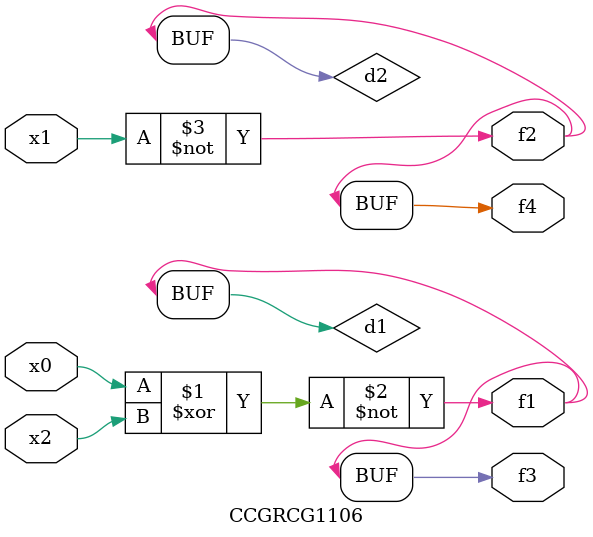
<source format=v>
module CCGRCG1106(
	input x0, x1, x2,
	output f1, f2, f3, f4
);

	wire d1, d2, d3;

	xnor (d1, x0, x2);
	nand (d2, x1);
	nor (d3, x1, x2);
	assign f1 = d1;
	assign f2 = d2;
	assign f3 = d1;
	assign f4 = d2;
endmodule

</source>
